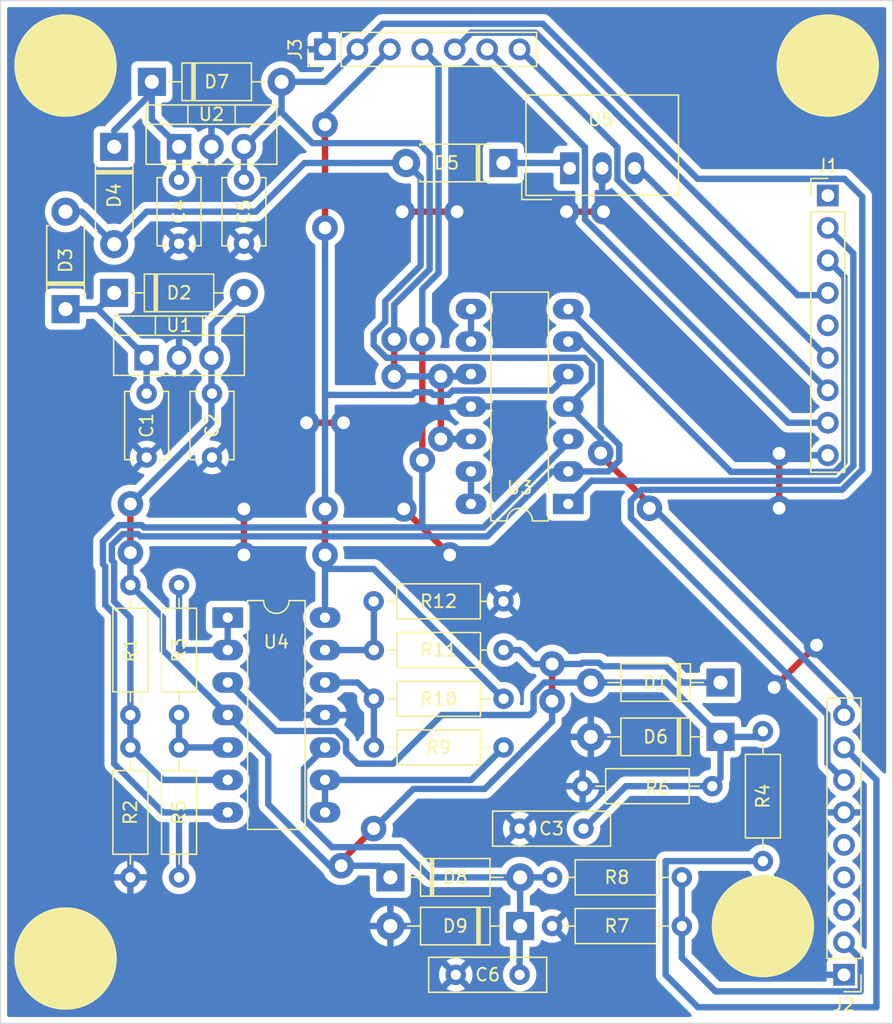
<source format=kicad_pcb>
(kicad_pcb (version 20211014) (generator pcbnew)
  (layers (0 "F.Cu" signal) (31 "B.Cu" signal) (34 "B.Paste" user) (35 "F.Paste" user) (36 "B.SilkS" user "B.Silkscreen") (37 "F.SilkS" user "F.Silkscreen") (38 "B.Mask" user) (39 "F.Mask" user) (44 "Edge.Cuts" user))
  (net 0 "")
  (net 1 "Net-(C1-Pad1)")
  (net 2 "GND")
  (net 3 "+5V")
  (net 4 "Net-(C3-Pad1)")
  (net 5 "Net-(C4-Pad2)")
  (net 6 "+12V")
  (net 7 "Net-(C6-Pad1)")
  (net 8 "+24V")
  (net 9 "Net-(D5-Pad1)")
  (net 11 "/Licht_24")
  (net 12 "/Kardan_24")
  (net 13 "/Drehzahl Out A")
  (net 15 "Vdrive")
  (net 16 "/Servo Out")
  (net 17 "/Drehzahl Out B")
  (net 18 "/Signal Kardan")
  (net 22 "/Signal Licht")
  (net 23 "/Kardan_5")
  (net 24 "/Licht_5")
  (net 25 "VD")
  (net 26 "Net-(R3-Pad1)")
  (net 27 "Net-(R3-Pad2)")
  (net 28 "Net-(R9-Pad1)")
  (net 29 "Net-(R10-Pad1)")
  (net 30 "Net-(R11-Pad1)")
  (net 31 "Net-(U3-Pad8)")
  (net 32 "Net-(U3-Pad13)")
  (footprint "Connector_PinHeader_2.54mm:PinHeader_1x07_P2.54mm_Vertical" (layer "F.Cu") (at 107.945 19.05 90)
    (fp_text reference "J3")
    (fp_text value "Arduino")
  )
  (footprint "Connector_PinHeader_2.54mm:PinHeader_1x09_P2.54mm_Vertical" (layer "F.Cu") (at 148.59 91.44 180)
    (fp_text reference "J2")
    (fp_text value "Hinten rechts männlich")
  )
  (footprint "Resistor_THT:R_Axial_DIN0207_L6.3mm_D2.5mm_P10.16mm_Horizontal" (layer "F.Cu") (at 111.775 69.85)
    (fp_text reference "R10")
    (fp_text value "47k")
  )
  (footprint "Capacitor_THT:C_Disc_D5.1mm_W3.2mm_P5.00mm" (layer "F.Cu") (at 96.52 34.25 90)
    (fp_text reference "C4")
    (fp_text value "1µ")
  )
  (footprint "Capacitor_THT:C_Disc_D9.0mm_W2.5mm_P5.00mm" (layer "F.Cu") (at 123.19 91.44 180)
    (fp_text reference "C6")
    (fp_text value "10n")
  )
  (footprint "Resistor_THT:R_Axial_DIN0207_L6.3mm_D2.5mm_P10.16mm_Horizontal" (layer "F.Cu") (at 121.935 73.66 180)
    (fp_text reference "R9")
    (fp_text value "6k8")
  )
  (footprint "Resistor_THT:R_Axial_DIN0207_L6.3mm_D2.5mm_P10.16mm_Horizontal" (layer "F.Cu") (at 92.71 60.96 -90)
    (fp_text reference "R1")
    (fp_text value "560")
  )
  (footprint "Diode_THT:D_DO-41_SOD81_P10.16mm_Horizontal" (layer "F.Cu") (at 94.39 21.59)
    (fp_text reference "D7")
    (fp_text value "SB120")
  )
  (footprint "Capacitor_THT:C_Disc_D5.1mm_W3.2mm_P5.00mm" (layer "F.Cu") (at 93.98 45.974 -90)
    (fp_text reference "C1")
    (fp_text value "1µ")
  )
  (footprint "Resistor_THT:R_Axial_DIN0207_L6.3mm_D2.5mm_P10.16mm_Horizontal" (layer "F.Cu") (at 121.92 62.23 180)
    (fp_text reference "R12")
    (fp_text value "2k2")
  )
  (footprint "Capacitor_THT:C_Disc_D9.0mm_W2.5mm_P5.00mm" (layer "F.Cu") (at 128.19 80.01 180)
    (fp_text reference "C3")
    (fp_text value "10n")
  )
  (footprint "Diode_THT:D_DO-41_SOD81_P10.16mm_Horizontal" (layer "F.Cu") (at 113.07 83.82)
    (fp_text reference "D8")
    (fp_text value "SB120")
  )
  (footprint "Resistor_THT:R_Axial_DIN0207_L6.3mm_D2.5mm_P10.16mm_Horizontal" (layer "F.Cu") (at 142.24 82.55 90)
    (fp_text reference "R4")
    (fp_text value "22k")
  )
  (footprint "Resistor_THT:R_Axial_DIN0207_L6.3mm_D2.5mm_P10.16mm_Horizontal" (layer "F.Cu") (at 92.71 73.66 -90)
    (fp_text reference "R2")
    (fp_text value "330")
  )
  (footprint "Resistor_THT:R_Axial_DIN0207_L6.3mm_D2.5mm_P10.16mm_Horizontal" (layer "F.Cu") (at 138.28 76.69 180)
    (fp_text reference "R6")
    (fp_text value "22k")
  )
  (footprint "Resistor_THT:R_Axial_DIN0207_L6.3mm_D2.5mm_P10.16mm_Horizontal" (layer "F.Cu") (at 125.73 87.63)
    (fp_text reference "R7")
    (fp_text value "220 1W")
  )
  (footprint "Connector_PinHeader_2.54mm:PinHeader_1x09_P2.54mm_Vertical" (layer "F.Cu") (at 147.32 30.48)
    (fp_text reference "J1")
    (fp_text value "hinten links weiblich")
  )
  (footprint "Package_DIP:DIP-14_W7.62mm_LongPads" (layer "F.Cu") (at 127 54.61 180)
    (fp_text reference "U3")
    (fp_text value "LM324")
  )
  (footprint "Resistor_THT:R_Axial_DIN0207_L6.3mm_D2.5mm_P10.16mm_Horizontal" (layer "F.Cu") (at 135.89 83.82 180)
    (fp_text reference "R8")
    (fp_text value "10k")
  )
  (footprint "Package_TO_SOT_THT:TO-220-3_Vertical" (layer "F.Cu") (at 93.98 43.18)
    (fp_text reference "U1")
    (fp_text value "L7805CV")
  )
  (footprint "Diode_THT:D_DO-41_SOD81_P7.62mm_Horizontal" (layer "F.Cu") (at 121.92 27.94 180)
    (fp_text reference "D5")
    (fp_text value "1N4002")
  )
  (footprint "Package_DIP:DIP-14_W7.62mm_LongPads" (layer "F.Cu") (at 100.33 63.5)
    (fp_text reference "U4")
    (fp_text value "LM324")
  )
  (footprint "Resistor_THT:R_Axial_DIN0207_L6.3mm_D2.5mm_P10.16mm_Horizontal" (layer "F.Cu") (at 96.52 73.66 -90)
    (fp_text reference "R5")
    (fp_text value "47k")
  )
  (footprint "Converter_DCDC:Converter_DCDC_TRACO_TSR-1_THT" (layer "F.Cu") (at 127.1075 28.3525)
    (fp_text reference "U5")
    (fp_text value "TSR_1-2450")
  )
  (footprint "Diode_THT:D_DO-41_SOD81_P10.16mm_Horizontal" (layer "F.Cu") (at 91.44 38.1)
    (fp_text reference "D2")
    (fp_text value "SB120")
  )
  (footprint "Diode_THT:D_DO-41_SOD81_P10.16mm_Horizontal" (layer "F.Cu") (at 123.23 87.63 180)
    (fp_text reference "D9")
    (fp_text value "SB120")
  )
  (footprint "Diode_THT:D_DO-41_SOD81_P10.16mm_Horizontal" (layer "F.Cu") (at 138.92 72.83 180)
    (fp_text reference "D6")
    (fp_text value "SB120")
  )
  (footprint "Package_TO_SOT_THT:TO-220-3_Vertical" (layer "F.Cu") (at 96.52 26.67)
    (fp_text reference "U2")
    (fp_text value "L7812CV")
  )
  (footprint "Diode_THT:D_DO-41_SOD81_P7.62mm_Horizontal" (layer "F.Cu") (at 91.44 26.67 -90)
    (fp_text reference "D4")
    (fp_text value "1N4002")
  )
  (footprint "Capacitor_THT:C_Disc_D5.1mm_W3.2mm_P5.00mm" (layer "F.Cu") (at 99.1 45.974 -90)
    (fp_text reference "C2")
    (fp_text value "0,1µ")
  )
  (footprint "Resistor_THT:R_Axial_DIN0207_L6.3mm_D2.5mm_P10.16mm_Horizontal" (layer "F.Cu") (at 111.775 66.04)
    (fp_text reference "R11")
    (fp_text value "2k7")
  )
  (footprint "Diode_THT:D_DO-41_SOD81_P10.16mm_Horizontal" (layer "F.Cu") (at 138.92 68.58 180)
    (fp_text reference "D1")
    (fp_text value "SB120")
  )
  (footprint "Capacitor_THT:C_Disc_D5.1mm_W3.2mm_P5.00mm" (layer "F.Cu") (at 101.6 29.25 -90)
    (fp_text reference "C5")
    (fp_text value "0,1µ")
  )
  (footprint "Resistor_THT:R_Axial_DIN0207_L6.3mm_D2.5mm_P10.16mm_Horizontal" (layer "F.Cu") (at 96.52 60.96 -90)
    (fp_text reference "R3")
    (fp_text value "10k")
  )
  (footprint "Diode_THT:D_DO-41_SOD81_P7.62mm_Horizontal" (layer "F.Cu") (at 87.63 39.37 90)
    (fp_text reference "D3")
    (fp_text value "1N4002")
  )
  (gr_circle (center 142.24 87.63) (end 143.24 87.63) (layer "B.Cu") (width 0) (fill solid))
  (gr_circle (center 147.32 20.32) (end 148.32 20.32) (layer "B.Cu") (width 0) (fill solid))
  (gr_circle (center 87.63 90.17) (end 88.63 90.17) (layer "B.Cu") (width 0) (fill solid))
  (gr_circle (center 87.63 20.32) (end 88.63 20.32) (layer "B.Cu") (width 0) (fill solid))
  (gr_circle (center 87.63 90.17) (end 91.63 90.17) (layer "F.SilkS") (width 0) (fill solid))
  (gr_circle (center 87.63 20.32) (end 91.63 20.32) (layer "F.SilkS") (width 0) (fill solid))
  (gr_circle (center 147.32 20.32) (end 151.32 20.32) (layer "F.SilkS") (width 0) (fill solid))
  (gr_circle (center 142.24 87.63) (end 146.24 87.63) (layer "F.SilkS") (width 0) (fill solid))
  (gr_line (start 152.4 95.25) (end 82.55 95.25) (layer "Edge.Cuts") (width 0.1))
  (gr_line (start 82.55 95.25) (end 82.55 15.24) (layer "Edge.Cuts") (width 0.1))
  (gr_line (start 82.55 15.24) (end 152.4 15.24) (layer "Edge.Cuts") (width 0.1))
  (gr_line (start 152.4 15.24) (end 152.4 95.25) (layer "Edge.Cuts") (width 0.1))
  (segment (start 90.17 39.37) (end 91.44 38.1) (width 0.5) (layer "B.Cu") (net 1))
  (segment (start 93.98 43.18) (end 90.17 39.37) (width 0.5) (layer "B.Cu") (net 1))
  (segment (start 93.98 43.18) (end 93.98 45.76) (width 0.5) (layer "B.Cu") (net 1))
  (segment (start 87.63 39.37) (end 90.17 39.37) (width 0.5) (layer "B.Cu") (net 1))
  (segment (start 126.862362 31.75) (end 129.757 31.75) (width 0.5) (layer "F.Cu") (net 2))
  (segment (start 117.7195 58.5995) (end 114.1205 55.0005) (width 0.5) (layer "F.Cu") (net 2))
  (segment (start 106.5005 48.26) (end 109.3995 48.26) (width 0.5) (layer "F.Cu") (net 2))
  (segment (start 126.858 31.745638) (end 126.862362 31.75) (width 0.5) (layer "F.Cu") (net 2))
  (segment (start 113.9905 31.75) (end 118.2895 31.75) (width 0.5) (layer "F.Cu") (net 2))
  (segment (start 101.6 55.0005) (end 101.6 58.5995) (width 0.5) (layer "F.Cu") (net 2))
  (segment (start 143.51 50.6505) (end 143.51 54.9495) (width 0.5) (layer "F.Cu") (net 2))
  (segment (start 143.120048 68.969952) (end 146.439952 65.650048) (width 0.5) (layer "F.Cu") (net 2))
  (via (at 126.858 31.745638) (size 2) (drill 1) (layers "F.Cu" "B.Cu") (net 2))
  (via (at 118.2895 31.75) (size 2) (drill 1) (layers "F.Cu" "B.Cu") (net 2))
  (via (at 114.1205 55.0005) (size 2) (drill 1) (layers "F.Cu" "B.Cu") (net 2))
  (via (at 143.120048 68.969952) (size 2) (drill 1) (layers "F.Cu" "B.Cu") (net 2))
  (via (at 117.7195 58.5995) (size 2) (drill 1) (layers "F.Cu" "B.Cu") (net 2))
  (via (at 109.3995 48.26) (size 2) (drill 1) (layers "F.Cu" "B.Cu") (net 2))
  (via (at 129.757 31.75) (size 2) (drill 1) (layers "F.Cu" "B.Cu") (net 2))
  (via (at 101.6 55.0005) (size 2) (drill 1) (layers "F.Cu" "B.Cu") (net 2))
  (via (at 146.439952 65.650048) (size 2) (drill 1) (layers "F.Cu" "B.Cu") (net 2))
  (via (at 101.6 58.5995) (size 2) (drill 1) (layers "F.Cu" "B.Cu") (net 2))
  (via (at 113.9905 31.75) (size 2) (drill 1) (layers "F.Cu" "B.Cu") (net 2))
  (via (at 106.5005 48.26) (size 2) (drill 1) (layers "F.Cu" "B.Cu") (net 2))
  (via (at 143.51 54.9495) (size 2) (drill 1) (layers "F.Cu" "B.Cu") (net 2))
  (via (at 143.51 50.6505) (size 2) (drill 1) (layers "F.Cu" "B.Cu") (net 2))
  (segment (start 129.6475 28.3525) (end 129.6475 31.6405) (width 0.5) (layer "B.Cu") (net 2))
  (segment (start 106.68 48.26) (end 106.5005 48.26) (width 0.5) (layer "B.Cu") (net 2))
  (segment (start 143.51 50.8) (end 143.51 50.6505) (width 0.5) (layer "B.Cu") (net 2))
  (segment (start 129.6475 31.6405) (end 129.757 31.75) (width 0.5) (layer "B.Cu") (net 2))
  (segment (start 109.22 82.55) (end 111.76 80.01) (width 0.5) (layer "F.Cu") (net 3))
  (segment (start 109.22 82.9095) (end 109.22 82.55) (width 0.5) (layer "F.Cu") (net 3))
  (segment (start 92.71 58.42) (end 92.71 54.61) (width 0.5) (layer "F.Cu") (net 3))
  (segment (start 125.73 70.0295) (end 125.73 67.1305) (width 0.5) (layer "F.Cu") (net 3))
  (via (at 125.73 67.1305) (size 2) (drill 1) (layers "F.Cu" "B.Cu") (net 3))
  (via (at 92.71 58.42) (size 2) (drill 1) (layers "F.Cu" "B.Cu") (net 3))
  (via (at 111.76 80.01) (size 2) (drill 1) (layers "F.Cu" "B.Cu") (net 3))
  (via (at 109.22 82.9095) (size 2) (drill 1) (layers "F.Cu" "B.Cu") (net 3))
  (via (at 92.71 54.61) (size 2) (drill 1) (layers "F.Cu" "B.Cu") (net 3))
  (via (at 125.73 70.0295) (size 2) (drill 1) (layers "F.Cu" "B.Cu") (net 3))
  (segment (start 103.505 74.295) (end 100.33 71.12) (width 0.5) (layer "B.Cu") (net 3))
  (segment (start 103.505 78.105) (end 103.505 74.295) (width 0.5) (layer "B.Cu") (net 3))
  (segment (start 108.3095 82.9095) (end 103.505 78.105) (width 0.5) (layer "B.Cu") (net 3))
  (segment (start 109.22 82.9095) (end 108.3095 82.9095) (width 0.5) (layer "B.Cu") (net 3))
  (segment (start 129.682032 67.31) (end 134.62 67.31) (width 0.5) (layer "B.Cu") (net 3))
  (segment (start 99.06 43.18) (end 99.06 40.64) (width 0.5) (layer "B.Cu") (net 3))
  (segment (start 125.73 67.1305) (end 128.017468 67.1305) (width 0.5) (layer "B.Cu") (net 3))
  (segment (start 95.25 63.5) (end 92.71 60.96) (width 0.5) (layer "B.Cu") (net 3))
  (segment (start 135.89 68.58) (end 138.92 68.58) (width 0.5) (layer "B.Cu") (net 3))
  (segment (start 125.73 70.0295) (end 125.73 71.632767) (width 0.5) (layer "B.Cu") (net 3))
  (segment (start 99.06 48.26) (end 99.06 43.18) (width 0.5) (layer "B.Cu") (net 3))
  (segment (start 109.22 82.9095) (end 112.1595 82.9095) (width 0.5) (layer "B.Cu") (net 3))
  (segment (start 112.1595 82.9095) (end 113.07 83.82) (width 0.5) (layer "B.Cu") (net 3))
  (segment (start 129.402032 67.03) (end 129.682032 67.31) (width 0.5) (layer "B.Cu") (net 3))
  (segment (start 125.73 71.632767) (end 120.462767 76.9) (width 0.5) (layer "B.Cu") (net 3))
  (segment (start 120.462767 76.9) (end 114.87 76.9) (width 0.5) (layer "B.Cu") (net 3))
  (segment (start 128.017468 67.1305) (end 128.117968 67.03) (width 0.5) (layer "B.Cu") (net 3))
  (segment (start 92.71 60.96) (end 92.71 58.42) (width 0.5) (layer "B.Cu") (net 3))
  (segment (start 124.2805 67.1305) (end 123.19 66.04) (width 0.5) (layer "B.Cu") (net 3))
  (segment (start 114.87 76.9) (end 111.76 80.01) (width 0.5) (layer "B.Cu") (net 3))
  (segment (start 92.71 54.61) (end 99.06 48.26) (width 0.5) (layer "B.Cu") (net 3))
  (segment (start 134.62 67.31) (end 135.89 68.58) (width 0.5) (layer "B.Cu") (net 3))
  (segment (start 95.25 66.04) (end 95.25 63.5) (width 0.5) (layer "B.Cu") (net 3))
  (segment (start 125.73 67.1305) (end 124.2805 67.1305) (width 0.5) (layer "B.Cu") (net 3))
  (segment (start 123.19 66.04) (end 121.935 66.04) (width 0.5) (layer "B.Cu") (net 3))
  (segment (start 128.117968 67.03) (end 129.402032 67.03) (width 0.5) (layer "B.Cu") (net 3))
  (segment (start 99.06 40.64) (end 101.6 38.1) (width 0.5) (layer "B.Cu") (net 3))
  (segment (start 100.33 71.12) (end 95.25 66.04) (width 0.5) (layer "B.Cu") (net 3))
  (segment (start 128.76 68.58) (end 134.67 68.58) (width 0.5) (layer "B.Cu") (net 4))
  (segment (start 113.286384 74.93) (end 110.49 74.93) (width 0.5) (layer "B.Cu") (net 4))
  (segment (start 131.51 76.69) (end 138.28 76.69) (width 0.5) (layer "B.Cu") (net 4))
  (segment (start 138.92 72.83) (end 141.8 72.83) (width 0.5) (layer "B.Cu") (net 4))
  (segment (start 124.28 70.822817) (end 123.982817 71.12) (width 0.5) (layer "B.Cu") (net 4))
  (segment (start 117.096384 71.12) (end 113.286384 74.93) (width 0.5) (layer "B.Cu") (net 4))
  (segment (start 134.67 68.58) (end 138.92 72.83) (width 0.5) (layer "B.Cu") (net 4))
  (segment (start 128.19 80.01) (end 131.51 76.69) (width 0.5) (layer "B.Cu") (net 4))
  (segment (start 108.827767 72.37) (end 104.12 72.37) (width 0.5) (layer "B.Cu") (net 4))
  (segment (start 141.8 72.83) (end 142.24 72.39) (width 0.5) (layer "B.Cu") (net 4))
  (segment (start 124.28 69.42889) (end 124.28 70.822817) (width 0.5) (layer "B.Cu") (net 4))
  (segment (start 138.92 76.05) (end 138.28 76.69) (width 0.5) (layer "B.Cu") (net 4))
  (segment (start 104.12 72.37) (end 100.33 68.58) (width 0.5) (layer "B.Cu") (net 4))
  (segment (start 109.6 74.04) (end 109.6 73.142233) (width 0.5) (layer "B.Cu") (net 4))
  (segment (start 128.76 68.58) (end 125.12889 68.58) (width 0.5) (layer "B.Cu") (net 4))
  (segment (start 138.92 72.83) (end 138.92 76.05) (width 0.5) (layer "B.Cu") (net 4))
  (segment (start 110.49 74.93) (end 109.6 74.04) (width 0.5) (layer "B.Cu") (net 4))
  (segment (start 125.12889 68.58) (end 124.28 69.42889) (width 0.5) (layer "B.Cu") (net 4))
  (segment (start 123.982817 71.12) (end 117.096384 71.12) (width 0.5) (layer "B.Cu") (net 4))
  (segment (start 109.6 73.142233) (end 108.827767 72.37) (width 0.5) (layer "B.Cu") (net 4))
  (segment (start 94.39 24.54) (end 96.52 26.67) (width 0.5) (layer "B.Cu") (net 5))
  (segment (start 94.39 22.45) (end 94.39 21.59) (width 0.5) (layer "B.Cu") (net 5))
  (segment (start 91.44 25.4) (end 94.39 22.45) (width 0.5) (layer "B.Cu") (net 5))
  (segment (start 96.52 26.67) (end 96.52 29.25) (width 0.5) (layer "B.Cu") (net 5))
  (segment (start 94.39 21.59) (end 94.39 24.54) (width 0.5) (layer "B.Cu") (net 5))
  (segment (start 113.370497 44.6295) (end 113.370497 41.7305) (width 0.5) (layer "F.Cu") (net 6))
  (segment (start 117.0195 49.53) (end 117.0195 44.6295) (width 0.5) (layer "F.Cu") (net 6))
  (via (at 117.0195 49.53) (size 2) (drill 1) (layers "F.Cu" "B.Cu") (net 6))
  (via (at 113.370497 44.6295) (size 2) (drill 1) (layers "F.Cu" "B.Cu") (net 6))
  (via (at 117.0195 44.6295) (size 2) (drill 1) (layers "F.Cu" "B.Cu") (net 6))
  (via (at 113.370497 41.7305) (size 2) (drill 1) (layers "F.Cu" "B.Cu") (net 6))
  (segment (start 101.6 26.67) (end 101.6 29.25) (width 0.5) (layer "B.Cu") (net 6))
  (segment (start 117.0195 44.6295) (end 119.2005 44.6295) (width 0.5) (layer "B.Cu") (net 6))
  (segment (start 131.9 54.34889) (end 132.74889 53.5) (width 0.5) (layer "B.Cu") (net 6))
  (segment (start 101.6 26.67) (end 104.55 23.72) (width 0.5) (layer "B.Cu") (net 6))
  (segment (start 113.370497 39.029503) (end 116.14 36.26) (width 0.5) (layer "B.Cu") (net 6))
  (segment (start 150.02 30.58) (end 148.62 29.18) (width 0.5) (layer "B.Cu") (net 6))
  (segment (start 150.02 51.918377) (end 150.02 30.58) (width 0.5) (layer "B.Cu") (net 6))
  (segment (start 147.29 74.9) (end 147.29 71.09) (width 0.5) (layer "B.Cu") (net 6))
  (segment (start 132.74889 53.5) (end 148.438377 53.5) (width 0.5) (layer "B.Cu") (net 6))
  (segment (start 112.485 17.05) (end 110.485 19.05) (width 0.5) (layer "B.Cu") (net 6))
  (segment (start 117.0195 49.53) (end 119.38 49.53) (width 0.5) (layer "B.Cu") (net 6))
  (segment (start 137.13 29.18) (end 125 17.05) (width 0.5) (layer "B.Cu") (net 6))
  (segment (start 116.14 36.26) (end 116.14 27.24) (width 0.5) (layer "B.Cu") (net 6))
  (segment (start 148.62 29.18) (end 137.13 29.18) (width 0.5) (layer "B.Cu") (net 6))
  (segment (start 104.55 23.72) (end 104.55 23.98) (width 0.5) (layer "B.Cu") (net 6))
  (segment (start 110.485 19.05) (end 110.485 19.055) (width 0.5) (layer "B.Cu") (net 6))
  (segment (start 148.59 76.2) (end 147.29 74.9) (width 0.5) (layer "B.Cu") (net 6))
  (segment (start 113.370497 41.7305) (end 113.370497 39.029503) (width 0.5) (layer "B.Cu") (net 6))
  (segment (start 147.29 71.09) (end 131.9 55.7) (width 0.5) (layer "B.Cu") (net 6))
  (segment (start 113.370497 44.6295) (end 119.2005 44.6295) (width 0.5) (layer "B.Cu") (net 6))
  (segment (start 119.2005 44.6295) (end 119.38 44.45) (width 0.5) (layer "B.Cu") (net 6))
  (segment (start 125 17.05) (end 112.485 17.05) (width 0.5) (layer "B.Cu") (net 6))
  (segment (start 110.485 19.055) (end 107.95 21.59) (width 0.5) (layer "B.Cu") (net 6))
  (segment (start 107.95 21.59) (end 104.55 21.59) (width 0.5) (layer "B.Cu") (net 6))
  (segment (start 104.55 23.98) (end 106.96 26.39) (width 0.5) (layer "B.Cu") (net 6))
  (segment (start 116.14 27.24) (end 115.29 26.39) (width 0.5) (layer "B.Cu") (net 6))
  (segment (start 131.9 55.7) (end 131.9 54.34889) (width 0.5) (layer "B.Cu") (net 6))
  (segment (start 115.29 26.39) (end 106.96 26.39) (width 0.5) (layer "B.Cu") (net 6))
  (segment (start 104.55 23.72) (end 104.55 21.59) (width 0.5) (layer "B.Cu") (net 6))
  (segment (start 148.438377 53.5) (end 150.02 51.918377) (width 0.5) (layer "B.Cu") (net 6))
  (segment (start 106.3 79.257767) (end 106.3 75.31) (width 0.5) (layer "B.Cu") (net 7))
  (segment (start 123.19 91.44) (end 123.19 87.67) (width 0.5) (layer "B.Cu") (net 7))
  (segment (start 106.3 75.31) (end 107.95 73.66) (width 0.5) (layer "B.Cu") (net 7))
  (segment (start 113.81 81.46) (end 108.502233 81.46) (width 0.5) (layer "B.Cu") (net 7))
  (segment (start 123.23 83.82) (end 125.73 83.82) (width 0.5) (layer "B.Cu") (net 7))
  (segment (start 123.23 83.82) (end 116.17 83.82) (width 0.5) (layer "B.Cu") (net 7))
  (segment (start 123.19 87.67) (end 123.23 87.63) (width 0.5) (layer "B.Cu") (net 7))
  (segment (start 108.502233 81.46) (end 106.3 79.257767) (width 0.5) (layer "B.Cu") (net 7))
  (segment (start 123.23 83.82) (end 123.23 87.63) (width 0.5) (layer "B.Cu") (net 7))
  (segment (start 116.17 83.82) (end 113.81 81.46) (width 0.5) (layer "B.Cu") (net 7))
  (segment (start 133.35 54.61) (end 129.54 50.8) (width 0.5) (layer "F.Cu") (net 8))
  (segment (start 133.35 54.9495) (end 133.35 54.61) (width 0.5) (layer "F.Cu") (net 8))
  (segment (start 129.54 50.8) (end 129.54 50.6205) (width 0.5) (layer "F.Cu") (net 8))
  (via (at 133.35 54.9495) (size 2) (drill 1) (layers "F.Cu" "B.Cu") (net 8))
  (via (at 129.54 50.6205) (size 2) (drill 1) (layers "F.Cu" "B.Cu") (net 8))
  (segment (start 112.670497 38.739553) (end 112.670497 40.364503) (width 0.5) (layer "B.Cu") (net 8))
  (segment (start 128.84 45.15) (end 127 46.99) (width 0.5) (layer "B.Cu") (net 8))
  (segment (start 88.9 31.75) (end 91.44 34.29) (width 0.5) (layer "B.Cu") (net 8))
  (segment (start 114.3 27.94) (end 115.44 29.08) (width 0.5) (layer "B.Cu") (net 8))
  (segment (start 93.98 31.75) (end 102.529998 31.75) (width 0.5) (layer "B.Cu") (net 8))
  (segment (start 127 46.99) (end 129.54 49.53) (width 0.5) (layer "B.Cu") (net 8))
  (segment (start 115.44 35.97005) (end 112.670497 38.739553) (width 0.5) (layer "B.Cu") (net 8))
  (segment (start 102.529998 31.75) (end 106.339998 27.94) (width 0.5) (layer "B.Cu") (net 8))
  (segment (start 129.54 49.53) (end 129.54 50.6205) (width 0.5) (layer "B.Cu") (net 8))
  (segment (start 128.84 43.75) (end 128.84 45.15) (width 0.5) (layer "B.Cu") (net 8))
  (segment (start 115.44 29.08) (end 115.44 35.97005) (width 0.5) (layer "B.Cu") (net 8))
  (segment (start 112.769387 43.18) (end 128.27 43.18) (width 0.5) (layer "B.Cu") (net 8))
  (segment (start 128.27 43.18) (end 128.84 43.75) (width 0.5) (layer "B.Cu") (net 8))
  (segment (start 106.339998 27.94) (end 110.319999 27.94) (width 0.5) (layer "B.Cu") (net 8))
  (segment (start 111.76 41.275) (end 111.76 42.170613) (width 0.5) (layer "B.Cu") (net 8))
  (segment (start 133.35 54.9495) (end 133.6895 54.9495) (width 0.5) (layer "B.Cu") (net 8))
  (segment (start 112.670497 40.364503) (end 111.76 41.275) (width 0.5) (layer "B.Cu") (net 8))
  (segment (start 111.76 42.170613) (end 112.769387 43.18) (width 0.5) (layer "B.Cu") (net 8))
  (segment (start 87.63 31.75) (end 88.9 31.75) (width 0.5) (layer "B.Cu") (net 8))
  (segment (start 148.59 69.85) (end 148.59 71.12) (width 0.5) (layer "B.Cu") (net 8))
  (segment (start 91.44 34.29) (end 93.98 31.75) (width 0.5) (layer "B.Cu") (net 8))
  (segment (start 110.319999 27.94) (end 114.3 27.94) (width 0.5) (layer "B.Cu") (net 8))
  (segment (start 133.6895 54.9495) (end 148.59 69.85) (width 0.5) (layer "B.Cu") (net 8))
  (segment (start 121.92 27.94) (end 126.695 27.94) (width 0.5) (layer "B.Cu") (net 9))
  (segment (start 126.695 27.94) (end 127.1075 28.3525) (width 0.5) (layer "B.Cu") (net 9))
  (segment (start 149.32 51.628428) (end 149.32 35.02) (width 0.5) (layer "B.Cu") (net 11))
  (segment (start 127 54.61) (end 128.84 52.77) (width 0.5) (layer "B.Cu") (net 11))
  (segment (start 128.87 52.8) (end 148.148428 52.8) (width 0.5) (layer "B.Cu") (net 11))
  (segment (start 148.148428 52.8) (end 149.32 51.628428) (width 0.5) (layer "B.Cu") (net 11))
  (segment (start 149.32 35.02) (end 147.32 33.02) (width 0.5) (layer "B.Cu") (net 11))
  (segment (start 148.62 36.86) (end 147.32 35.56) (width 0.5) (layer "B.Cu") (net 12))
  (segment (start 127 39.37) (end 139.73 52.1) (width 0.5) (layer "B.Cu") (net 12))
  (segment (start 147.858478 52.1) (end 148.62 51.338478) (width 0.5) (layer "B.Cu") (net 12))
  (segment (start 139.73 52.1) (end 147.858478 52.1) (width 0.5) (layer "B.Cu") (net 12))
  (segment (start 148.62 51.338478) (end 148.62 36.86) (width 0.5) (layer "B.Cu") (net 12))
  (segment (start 144.96 38.28) (end 124.43 17.75) (width 0.5) (layer "B.Cu") (net 13))
  (segment (start 124.43 17.75) (end 119.405 17.75) (width 0.5) (layer "B.Cu") (net 13))
  (segment (start 119.405 17.75) (end 118.105 19.05) (width 0.5) (layer "B.Cu") (net 13))
  (segment (start 147.14 38.28) (end 144.96 38.28) (width 0.5) (layer "B.Cu") (net 13))
  (segment (start 147.32 38.1) (end 147.14 38.28) (width 0.5) (layer "B.Cu") (net 13))
  (segment (start 132.4925 28.3525) (end 147.32 43.18) (width 0.5) (layer "B.Cu") (net 15))
  (segment (start 132.1875 28.3525) (end 132.4925 28.3525) (width 0.5) (layer "B.Cu") (net 15))
  (segment (start 147.32 45.72) (end 130.8475 29.2475) (width 0.5) (layer "B.Cu") (net 16))
  (segment (start 130.8475 29.2475) (end 130.8475 26.7125) (width 0.5) (layer "B.Cu") (net 16))
  (segment (start 130.8475 26.7125) (end 123.185 19.05) (width 0.5) (layer "B.Cu") (net 16))
  (segment (start 128.3075 26.7125) (end 128.3075 32.35111) (width 0.5) (layer "B.Cu") (net 17))
  (segment (start 128.3075 32.35111) (end 144.21639 48.26) (width 0.5) (layer "B.Cu") (net 17))
  (segment (start 120.645 19.05) (end 128.3075 26.7125) (width 0.5) (layer "B.Cu") (net 17))
  (segment (start 144.21639 48.26) (end 147.32 48.26) (width 0.5) (layer "B.Cu") (net 17))
  (segment (start 149.89 92.74) (end 149.89 90.2) (width 0.5) (layer "B.Cu") (net 18))
  (segment (start 135.89 83.82) (end 135.89 87.63) (width 0.5) (layer "B.Cu") (net 18))
  (segment (start 135.89 87.63) (end 135.89 90.106368) (width 0.5) (layer "B.Cu") (net 18))
  (segment (start 135.89 90.106368) (end 138.523632 92.74) (width 0.5) (layer "B.Cu") (net 18))
  (segment (start 149.89 90.2) (end 148.59 88.9) (width 0.5) (layer "B.Cu") (net 18))
  (segment (start 138.523632 92.74) (end 149.89 92.74) (width 0.5) (layer "B.Cu") (net 18))
  (segment (start 137.16 93.98) (end 151.13 93.98) (width 0.5) (layer "B.Cu") (net 22))
  (segment (start 134.62 82.55) (end 134.62 91.44) (width 0.5) (layer "B.Cu") (net 22))
  (segment (start 151.13 93.98) (end 151.13 76.2) (width 0.5) (layer "B.Cu") (net 22))
  (segment (start 151.13 76.2) (end 148.59 73.66) (width 0.5) (layer "B.Cu") (net 22))
  (segment (start 134.62 91.44) (end 137.16 93.98) (width 0.5) (layer "B.Cu") (net 22))
  (segment (start 142.24 82.55) (end 134.62 82.55) (width 0.5) (layer "B.Cu") (net 22))
  (segment (start 107.95 58.5995) (end 107.95 55.0005) (width 0.5) (layer "F.Cu") (net 23))
  (segment (start 107.95 33.02) (end 107.95 24.9405) (width 0.5) (layer "F.Cu") (net 23))
  (via (at 107.95 33.02) (size 2) (drill 1) (layers "F.Cu" "B.Cu") (net 23))
  (via (at 107.95 58.5995) (size 2) (drill 1) (layers "F.Cu" "B.Cu") (net 23))
  (via (at 107.95 55.0005) (size 2) (drill 1) (layers "F.Cu" "B.Cu") (net 23))
  (via (at 107.95 24.9405) (size 2) (drill 1) (layers "F.Cu" "B.Cu") (net 23))
  (segment (start 107.95 24.9405) (end 107.95 24.13) (width 0.5) (layer "B.Cu") (net 23))
  (segment (start 114.96939 45.879064) (end 114.768954 46.0795) (width 0.5) (layer "B.Cu") (net 23))
  (segment (start 116.41889 46.0795) (end 116.218454 45.879064) (width 0.5) (layer "B.Cu") (net 23))
  (segment (start 107.95 59.69) (end 107.95 58.5995) (width 0.5) (layer "B.Cu") (net 23))
  (segment (start 107.95 55.0005) (end 107.95 33.02) (width 0.5) (layer "B.Cu") (net 23))
  (segment (start 114.768954 46.0795) (end 107.95 46.0795) (width 0.5) (layer "B.Cu") (net 23))
  (segment (start 107.95 59.69) (end 111.76 59.69) (width 0.5) (layer "B.Cu") (net 23))
  (segment (start 117.95961 45.74) (end 117.62011 46.0795) (width 0.5) (layer "B.Cu") (net 23))
  (segment (start 113.025 19.055) (end 113.025 19.05) (width 0.5) (layer "B.Cu") (net 23))
  (segment (start 127 44.45) (end 125.71 45.74) (width 0.5) (layer "B.Cu") (net 23))
  (segment (start 107.95 63.5) (end 107.95 59.69) (width 0.5) (layer "B.Cu") (net 23))
  (segment (start 116.218454 45.879064) (end 114.96939 45.879064) (width 0.5) (layer "B.Cu") (net 23))
  (segment (start 121.92 69.85) (end 121.935 69.85) (width 0.5) (layer "B.Cu") (net 23))
  (segment (start 111.76 59.69) (end 121.92 69.85) (width 0.5) (layer "B.Cu") (net 23))
  (segment (start 107.95 24.13) (end 113.025 19.055) (width 0.5) (layer "B.Cu") (net 23))
  (segment (start 125.71 45.74) (end 117.95961 45.74) (width 0.5) (layer "B.Cu") (net 23))
  (segment (start 117.62011 46.0795) (end 116.41889 46.0795) (width 0.5) (layer "B.Cu") (net 23))
  (segment (start 115.57 51.184312) (end 115.57 41.7305) (width 0.5) (layer "F.Cu") (net 24))
  (segment (start 115.569998 51.184314) (end 115.57 51.184312) (width 0.5) (layer "F.Cu") (net 24))
  (via (at 115.57 41.7305) (size 2) (drill 1) (layers "F.Cu" "B.Cu") (net 24))
  (via (at 115.569998 51.184314) (size 2) (drill 1) (layers "F.Cu" "B.Cu") (net 24))
  (segment (start 100.33 78.74) (end 96.52 78.74) (width 0.5) (layer "B.Cu") (net 24))
  (segment (start 115.57 51.184316) (end 115.57 56.45) (width 0.5) (layer "B.Cu") (net 24))
  (segment (start 96.52 83.82) (end 96.52 82.55) (width 0.5) (layer "B.Cu") (net 24))
  (segment (start 127 49.81005) (end 127 49.53) (width 0.5) (layer "B.Cu") (net 24))
  (segment (start 120.36005 56.45) (end 127 49.81005) (width 0.5) (layer "B.Cu") (net 24))
  (segment (start 115.57 56.45) (end 116.14 56.45) (width 0.5) (layer "B.Cu") (net 24))
  (segment (start 116.84 20.325) (end 115.565 19.05) (width 0.5) (layer "B.Cu") (net 24))
  (segment (start 93.60056 56.27) (end 93.78056 56.45) (width 0.5) (layer "B.Cu") (net 24))
  (segment (start 115.569998 51.184314) (end 115.57 51.184316) (width 0.5) (layer "B.Cu") (net 24))
  (segment (start 115.57 41.7305) (end 115.57 37.81995) (width 0.5) (layer "B.Cu") (net 24))
  (segment (start 95.25 78.74) (end 91.44 74.93) (width 0.5) (layer "B.Cu") (net 24))
  (segment (start 93.78056 56.45) (end 116.14 56.45) (width 0.5) (layer "B.Cu") (net 24))
  (segment (start 116.14 56.45) (end 120.36005 56.45) (width 0.5) (layer "B.Cu") (net 24))
  (segment (start 90.74 62.519949) (end 90.74 59.49056) (width 0.5) (layer "B.Cu") (net 24))
  (segment (start 90.74 59.49056) (end 90.56 59.310559) (width 0.5) (layer "B.Cu") (net 24))
  (segment (start 116.84 36.549949) (end 116.84 20.325) (width 0.5) (layer "B.Cu") (net 24))
  (segment (start 115.57 37.81995) (end 116.84 36.549949) (width 0.5) (layer "B.Cu") (net 24))
  (segment (start 91.819441 56.27) (end 93.60056 56.27) (width 0.5) (layer "B.Cu") (net 24))
  (segment (start 90.56 59.310559) (end 90.56 57.52944) (width 0.5) (layer "B.Cu") (net 24))
  (segment (start 96.52 78.74) (end 95.25 78.74) (width 0.5) (layer "B.Cu") (net 24))
  (segment (start 96.52 82.55) (end 96.52 78.74) (width 0.5) (layer "B.Cu") (net 24))
  (segment (start 91.44 63.21995) (end 90.74 62.519949) (width 0.5) (layer "B.Cu") (net 24))
  (segment (start 90.56 57.52944) (end 91.819441 56.27) (width 0.5) (layer "B.Cu") (net 24))
  (segment (start 91.44 74.93) (end 91.44 63.21995) (width 0.5) (layer "B.Cu") (net 24))
  (segment (start 127 52.07) (end 130.14111 52.07) (width 0.5) (layer "B.Cu") (net 25))
  (segment (start 127.989949 41.91) (end 127 41.91) (width 0.5) (layer "B.Cu") (net 25))
  (segment (start 129.54 48.54005) (end 129.54 43.460051) (width 0.5) (layer "B.Cu") (net 25))
  (segment (start 120.65 57.15) (end 93.49061 57.15) (width 0.5) (layer "B.Cu") (net 25))
  (segment (start 100.33 76.2) (end 95.25 76.2) (width 0.5) (layer "B.Cu") (net 25))
  (segment (start 130.99 51.22111) (end 130.99 49.99005) (width 0.5) (layer "B.Cu") (net 25))
  (segment (start 93.49061 57.15) (end 93.31061 56.97) (width 0.5) (layer "B.Cu") (net 25))
  (segment (start 91.26 57.81939) (end 91.26 59.02061) (width 0.5) (layer "B.Cu") (net 25))
  (segment (start 92.10939 56.97) (end 91.26 57.81939) (width 0.5) (layer "B.Cu") (net 25))
  (segment (start 92.71 71.12) (end 92.71 73.66) (width 0.5) (layer "B.Cu") (net 25))
  (segment (start 130.14111 52.07) (end 130.99 51.22111) (width 0.5) (layer "B.Cu") (net 25))
  (segment (start 127 52.07) (end 125.73 52.07) (width 0.5) (layer "B.Cu") (net 25))
  (segment (start 91.44 59.20061) (end 91.44 62.23) (width 0.5) (layer "B.Cu") (net 25))
  (segment (start 125.73 52.07) (end 120.65 57.15) (width 0.5) (layer "B.Cu") (net 25))
  (segment (start 129.54 43.460051) (end 127.989949 41.91) (width 0.5) (layer "B.Cu") (net 25))
  (segment (start 91.44 62.23) (end 92.71 63.5) (width 0.5) (layer "B.Cu") (net 25))
  (segment (start 93.31061 56.97) (end 92.10939 56.97) (width 0.5) (layer "B.Cu") (net 25))
  (segment (start 95.25 76.2) (end 92.71 73.66) (width 0.5) (layer "B.Cu") (net 25))
  (segment (start 91.26 59.02061) (end 91.44 59.20061) (width 0.5) (layer "B.Cu") (net 25))
  (segment (start 92.71 63.5) (end 92.71 71.12) (width 0.5) (layer "B.Cu") (net 25))
  (segment (start 130.99 49.99005) (end 129.54 48.54005) (width 0.5) (layer "B.Cu") (net 25))
  (segment (start 96.52 66.03) (end 96.535 66.045) (width 0.5) (layer "B.Cu") (net 26))
  (segment (start 96.54 66.04) (end 100.33 66.04) (width 0.5) (layer "B.Cu") (net 26))
  (segment (start 96.535 66.045) (end 96.54 66.04) (width 0.5) (layer "B.Cu") (net 26))
  (segment (start 100.33 66.04) (end 100.33 63.5) (width 0.5) (layer "B.Cu") (net 26))
  (segment (start 96.52 60.96) (end 96.52 66.03) (width 0.5) (layer "B.Cu") (net 26))
  (segment (start 96.52 73.66) (end 100.33 73.66) (width 0.5) (layer "B.Cu") (net 27))
  (segment (start 96.52 73.66) (end 96.52 71.12) (width 0.5) (layer "B.Cu") (net 27))
  (segment (start 107.95 78.74) (end 107.95 76.2) (width 0.5) (layer "B.Cu") (net 28))
  (segment (start 121.9275 73.66) (end 121.935 73.66) (width 0.5) (layer "B.Cu") (net 28))
  (segment (start 119.3875 76.2) (end 121.9275 73.66) (width 0.5) (layer "B.Cu") (net 28))
  (segment (start 107.95 76.2) (end 119.3875 76.2) (width 0.5) (layer "B.Cu") (net 28))
  (segment (start 107.95 68.58) (end 110.505 68.58) (width 0.5) (layer "B.Cu") (net 29))
  (segment (start 111.775 69.85) (end 111.775 73.66) (width 0.5) (layer "B.Cu") (net 29))
  (segment (start 110.505 68.58) (end 111.775 69.85) (width 0.5) (layer "B.Cu") (net 29))
  (segment (start 111.76 62.23) (end 111.775 62.245) (width 0.5) (layer "B.Cu") (net 30))
  (segment (start 111.775 62.245) (end 111.775 66.04) (width 0.5) (layer "B.Cu") (net 30))
  (segment (start 107.95 66.04) (end 111.775 66.04) (width 0.5) (layer "B.Cu") (net 30))
  (segment (start 119.38 39.37) (end 119.38 41.91) (width 0.5) (layer "B.Cu") (net 31))
  (segment (start 119.38 52.07) (end 119.38 54.61) (width 0.5) (layer "B.Cu") (net 32))
  (zone (net 0) (net_name "") (layer "B.Cu") (connect_pads (clearance 0)) (min_thickness 0.254)
    (keepout (tracks not_allowed) (vias not_allowed) (pads not_allowed) (copperpour not_allowed) (footprints not_allowed))
    (fill (thermal_gap 0.508) (thermal_bridge_width 0.508))
    (polygon (pts (xy 151.324824 20.32) (xy 151.305711 19.929198) (xy 151.248553 19.542126) (xy 151.153896 19.162479) (xy 151.022644 18.79388) (xy 150.85605 18.439849) (xy 150.655703 18.103764) (xy 150.423516 17.788834) (xy 150.161706 17.498064) (xy 149.872771 17.23423) (xy 149.559469 16.99985) (xy 149.224791 16.797162) (xy 148.871932 16.6281) (xy 148.504259 16.494278) (xy 148.125282 16.396974) (xy 147.738618 16.337115) (xy 147.347959 16.315274) (xy 146.957032 16.331658) (xy 146.569571 16.386112) (xy 146.189272 16.478116) (xy 145.819767 16.606792) (xy 145.464581 16.770911) (xy 145.127106 16.968906) (xy 144.810562 17.198889) (xy 144.517971 17.458663) (xy 144.252127 17.745749) (xy 144.015566 18.057407) (xy 143.810546 18.390661) (xy 143.639025 18.742332) (xy 143.502639 19.109062) (xy 143.402691 19.48735) (xy 143.340134 19.873587) (xy 143.315566 20.264084) (xy 143.329221 20.655115) (xy 143.380969 21.042947) (xy 143.470316 21.423879) (xy 143.596409 21.794274) (xy 143.758044 22.150597) (xy 143.953679 22.489446) (xy 144.181446 22.807588) (xy 144.439171 23.101985) (xy 144.724394 23.369827) (xy 145.034393 23.608558) (xy 145.366208 23.815899) (xy 145.716673 23.989871) (xy 146.082441 24.128814) (xy 146.460023 24.231401) (xy 146.845813 24.296652) (xy 147.236129 24.323946) (xy 147.627246 24.313021) (xy 148.01543 24.263982) (xy 148.396977 24.177297) (xy 148.768243 24.053793) (xy 149.125685 23.894649) (xy 149.465892 23.701385) (xy 149.785616 23.475844) (xy 150.081805 23.220181) (xy 150.351632 22.936835) (xy 150.592522 22.62851) (xy 150.802174 22.29815) (xy 150.978589 21.948909) (xy 151.120081 21.584119) (xy 151.225302 21.207263) (xy 151.293245 20.821938) (xy 151.323263 20.431821)))
  )
  (zone (net 0) (net_name "") (layer "B.Cu") (connect_pads (clearance 0)) (min_thickness 0.254)
    (keepout (tracks not_allowed) (vias not_allowed) (pads not_allowed) (copperpour not_allowed) (footprints not_allowed))
    (fill (thermal_gap 0.508) (thermal_bridge_width 0.508))
    (polygon (pts (xy 146.244824 87.63) (xy 146.225711 87.239198) (xy 146.168553 86.852126) (xy 146.073896 86.472479) (xy 145.942644 86.10388) (xy 145.77605 85.749849) (xy 145.575703 85.413764) (xy 145.343516 85.098834) (xy 145.081706 84.808064) (xy 144.792771 84.54423) (xy 144.479469 84.30985) (xy 144.144791 84.107162) (xy 143.791932 83.9381) (xy 143.424259 83.804278) (xy 143.045282 83.706974) (xy 142.658618 83.647115) (xy 142.267959 83.625274) (xy 141.877032 83.641658) (xy 141.489571 83.696112) (xy 141.109272 83.788116) (xy 140.739767 83.916792) (xy 140.384581 84.080911) (xy 140.047106 84.278906) (xy 139.730562 84.508889) (xy 139.437971 84.768663) (xy 139.172127 85.055749) (xy 138.935566 85.367407) (xy 138.730546 85.700661) (xy 138.559025 86.052332) (xy 138.422639 86.419062) (xy 138.322691 86.79735) (xy 138.260134 87.183587) (xy 138.235566 87.574084) (xy 138.249221 87.965115) (xy 138.300969 88.352947) (xy 138.390316 88.733879) (xy 138.516409 89.104274) (xy 138.678044 89.460597) (xy 138.873679 89.799446) (xy 139.101446 90.117588) (xy 139.359171 90.411985) (xy 139.644394 90.679827) (xy 139.954393 90.918558) (xy 140.286208 91.125899) (xy 140.636673 91.299871) (xy 141.002441 91.438814) (xy 141.380023 91.541401) (xy 141.765813 91.606652) (xy 142.156129 91.633946) (xy 142.547246 91.623021) (xy 142.93543 91.573982) (xy 143.316977 91.487297) (xy 143.688243 91.363793) (xy 144.045685 91.204649) (xy 144.385892 91.011385) (xy 144.705616 90.785844) (xy 145.001805 90.530181) (xy 145.271632 90.246835) (xy 145.512522 89.93851) (xy 145.722174 89.60815) (xy 145.898589 89.258909) (xy 146.040081 88.894119) (xy 146.145302 88.517263) (xy 146.213245 88.131938) (xy 146.243263 87.741821)))
  )
  (zone (net 2) (net_name "GND") (layer "B.Cu") (connect_pads (clearance 0.508)) (min_thickness 0.254) (fill yes (thermal_gap 0.508) (thermal_bridge_width 0.508))
    (polygon (pts (xy 152.4 95.25) (xy 82.55 95.25) (xy 82.55 15.24) (xy 152.4 15.24)))
  )
  (zone (net 0) (net_name "") (layer "B.Cu") (connect_pads (clearance 0)) (min_thickness 0.254)
    (keepout (tracks not_allowed) (vias not_allowed) (pads not_allowed) (copperpour not_allowed) (footprints not_allowed))
    (fill (thermal_gap 0.508) (thermal_bridge_width 0.508))
    (polygon (pts (xy 91.634824 20.32) (xy 91.615711 19.929198) (xy 91.558553 19.542126) (xy 91.463896 19.162479) (xy 91.332644 18.79388) (xy 91.16605 18.439849) (xy 90.965703 18.103764) (xy 90.733516 17.788834) (xy 90.471706 17.498064) (xy 90.182771 17.23423) (xy 89.869469 16.99985) (xy 89.534791 16.797162) (xy 89.181932 16.6281) (xy 88.814259 16.494278) (xy 88.435282 16.396974) (xy 88.048618 16.337115) (xy 87.657959 16.315274) (xy 87.267032 16.331658) (xy 86.879571 16.386112) (xy 86.499272 16.478116) (xy 86.129767 16.606792) (xy 85.774581 16.770911) (xy 85.437106 16.968906) (xy 85.120562 17.198889) (xy 84.827971 17.458663) (xy 84.562127 17.745749) (xy 84.325566 18.057407) (xy 84.120546 18.390661) (xy 83.949025 18.742332) (xy 83.812639 19.109062) (xy 83.712691 19.48735) (xy 83.650134 19.873587) (xy 83.625566 20.264084) (xy 83.639221 20.655115) (xy 83.690969 21.042947) (xy 83.780316 21.423879) (xy 83.906409 21.794274) (xy 84.068044 22.150597) (xy 84.263679 22.489446) (xy 84.491446 22.807588) (xy 84.749171 23.101985) (xy 85.034394 23.369827) (xy 85.344393 23.608558) (xy 85.676208 23.815899) (xy 86.026673 23.989871) (xy 86.392441 24.128814) (xy 86.770023 24.231401) (xy 87.155813 24.296652) (xy 87.546129 24.323946) (xy 87.937246 24.313021) (xy 88.32543 24.263982) (xy 88.706977 24.177297) (xy 89.078243 24.053793) (xy 89.435685 23.894649) (xy 89.775892 23.701385) (xy 90.095616 23.475844) (xy 90.391805 23.220181) (xy 90.661632 22.936835) (xy 90.902522 22.62851) (xy 91.112174 22.29815) (xy 91.288589 21.948909) (xy 91.430081 21.584119) (xy 91.535302 21.207263) (xy 91.603245 20.821938) (xy 91.633263 20.431821)))
  )
  (zone (net 0) (net_name "") (layer "B.Cu") (connect_pads (clearance 0)) (min_thickness 0.254)
    (keepout (tracks not_allowed) (vias not_allowed) (pads not_allowed) (copperpour not_allowed) (footprints not_allowed))
    (fill (thermal_gap 0.508) (thermal_bridge_width 0.508))
    (polygon (pts (xy 91.634824 90.17) (xy 91.615711 89.779198) (xy 91.558553 89.392126) (xy 91.463896 89.012479) (xy 91.332644 88.64388) (xy 91.16605 88.289849) (xy 90.965703 87.953764) (xy 90.733516 87.638834) (xy 90.471706 87.348064) (xy 90.182771 87.08423) (xy 89.869469 86.84985) (xy 89.534791 86.647162) (xy 89.181932 86.4781) (xy 88.814259 86.344278) (xy 88.435282 86.246974) (xy 88.048618 86.187115) (xy 87.657959 86.165274) (xy 87.267032 86.181658) (xy 86.879571 86.236112) (xy 86.499272 86.328116) (xy 86.129767 86.456792) (xy 85.774581 86.620911) (xy 85.437106 86.818906) (xy 85.120562 87.048889) (xy 84.827971 87.308663) (xy 84.562127 87.595749) (xy 84.325566 87.907407) (xy 84.120546 88.240661) (xy 83.949025 88.592332) (xy 83.812639 88.959062) (xy 83.712691 89.33735) (xy 83.650134 89.723587) (xy 83.625566 90.114084) (xy 83.639221 90.505115) (xy 83.690969 90.892947) (xy 83.780316 91.273879) (xy 83.906409 91.644274) (xy 84.068044 92.000597) (xy 84.263679 92.339446) (xy 84.491446 92.657588) (xy 84.749171 92.951985) (xy 85.034394 93.219827) (xy 85.344393 93.458558) (xy 85.676208 93.665899) (xy 86.026673 93.839871) (xy 86.392441 93.978814) (xy 86.770023 94.081401) (xy 87.155813 94.146652) (xy 87.546129 94.173946) (xy 87.937246 94.163021) (xy 88.32543 94.113982) (xy 88.706977 94.027297) (xy 89.078243 93.903793) (xy 89.435685 93.744649) (xy 89.775892 93.551385) (xy 90.095616 93.325844) (xy 90.391805 93.070181) (xy 90.661632 92.786835) (xy 90.902522 92.47851) (xy 91.112174 92.14815) (xy 91.288589 91.798909) (xy 91.430081 91.434119) (xy 91.535302 91.057263) (xy 91.603245 90.671938) (xy 91.633263 90.281821)))
  )
)
</source>
